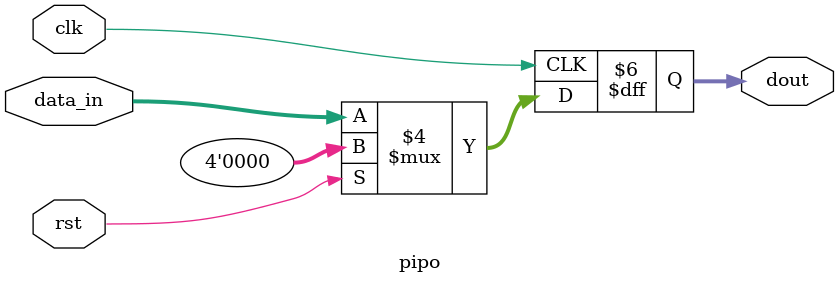
<source format=v>
`timescale 1ns / 1ps


module pipo(dout,clk,rst,data_in);
output reg [3:0]dout;
input clk,rst;
input [3:0] data_in;
always @ (posedge clk)
if (rst == 1)
    dout =4'b0000;
else
    dout = data_in;
endmodule

</source>
